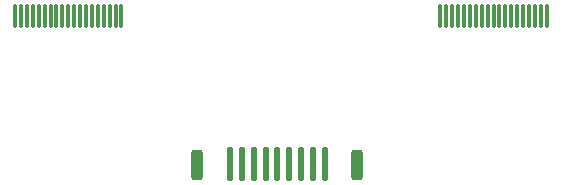
<source format=gbr>
%TF.GenerationSoftware,KiCad,Pcbnew,(6.0.5-0)*%
%TF.CreationDate,2022-10-30T13:02:09-07:00*%
%TF.ProjectId,hdmi-trident,68646d69-2d74-4726-9964-656e742e6b69,rev?*%
%TF.SameCoordinates,PX754d4c0PY6590fa0*%
%TF.FileFunction,Paste,Bot*%
%TF.FilePolarity,Positive*%
%FSLAX46Y46*%
G04 Gerber Fmt 4.6, Leading zero omitted, Abs format (unit mm)*
G04 Created by KiCad (PCBNEW (6.0.5-0)) date 2022-10-30 13:02:09*
%MOMM*%
%LPD*%
G01*
G04 APERTURE LIST*
G04 Aperture macros list*
%AMRoundRect*
0 Rectangle with rounded corners*
0 $1 Rounding radius*
0 $2 $3 $4 $5 $6 $7 $8 $9 X,Y pos of 4 corners*
0 Add a 4 corners polygon primitive as box body*
4,1,4,$2,$3,$4,$5,$6,$7,$8,$9,$2,$3,0*
0 Add four circle primitives for the rounded corners*
1,1,$1+$1,$2,$3*
1,1,$1+$1,$4,$5*
1,1,$1+$1,$6,$7*
1,1,$1+$1,$8,$9*
0 Add four rect primitives between the rounded corners*
20,1,$1+$1,$2,$3,$4,$5,0*
20,1,$1+$1,$4,$5,$6,$7,0*
20,1,$1+$1,$6,$7,$8,$9,0*
20,1,$1+$1,$8,$9,$2,$3,0*%
G04 Aperture macros list end*
%ADD10RoundRect,0.125000X-0.125000X-1.275000X0.125000X-1.275000X0.125000X1.275000X-0.125000X1.275000X0*%
%ADD11RoundRect,0.250000X-0.250000X-1.050000X0.250000X-1.050000X0.250000X1.050000X-0.250000X1.050000X0*%
%ADD12RoundRect,0.075000X0.075000X0.925000X-0.075000X0.925000X-0.075000X-0.925000X0.075000X-0.925000X0*%
G04 APERTURE END LIST*
D10*
%TO.C,J5*%
X23000000Y1500000D03*
X24000000Y1500000D03*
X25000000Y1500000D03*
X26000000Y1500000D03*
X27000000Y1500000D03*
X28000000Y1500000D03*
X29000000Y1500000D03*
X30000000Y1500000D03*
X31000000Y1500000D03*
D11*
X33775000Y1400000D03*
X20225000Y1400000D03*
%TD*%
D12*
%TO.C,J1*%
X13790000Y14000000D03*
X13290000Y14000000D03*
X12790000Y14000000D03*
X12290000Y14000000D03*
X11790000Y14000000D03*
X11290000Y14000000D03*
X10790000Y14000000D03*
X10290000Y14000000D03*
X9790000Y14000000D03*
X9290000Y14000000D03*
X8790000Y14000000D03*
X8290000Y14000000D03*
X7790000Y14000000D03*
X7290000Y14000000D03*
X6790000Y14000000D03*
X6290000Y14000000D03*
X5790000Y14000000D03*
X5290000Y14000000D03*
X4790000Y14000000D03*
%TD*%
%TO.C,J2*%
X49790000Y14000000D03*
X49290000Y14000000D03*
X48790000Y14000000D03*
X48290000Y14000000D03*
X47790000Y14000000D03*
X47290000Y14000000D03*
X46790000Y14000000D03*
X46290000Y14000000D03*
X45790000Y14000000D03*
X45290000Y14000000D03*
X44790000Y14000000D03*
X44290000Y14000000D03*
X43790000Y14000000D03*
X43290000Y14000000D03*
X42790000Y14000000D03*
X42290000Y14000000D03*
X41790000Y14000000D03*
X41290000Y14000000D03*
X40790000Y14000000D03*
%TD*%
M02*

</source>
